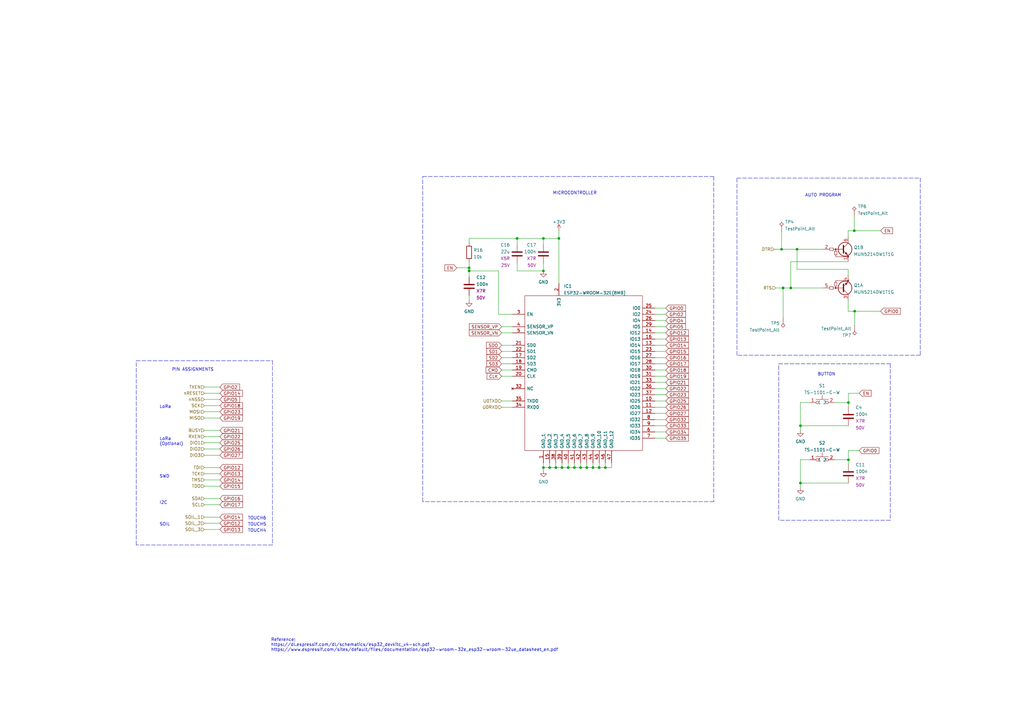
<source format=kicad_sch>
(kicad_sch (version 20211123) (generator eeschema)
  (paper "A3")
  (title_block (title "FLORA") (date "2022-07-01") (rev "C"))
  (lib_symbols
    (symbol "Button_JLC:TS-1101-C-W" (pin_names (offset 0.762))
      (property "Reference" "S" (at 19.05 7.62 0))
      (property "Value" "TS-1101-C-W" (at 19.05 5.08 0))
      (symbol "TS-1101-C-W_0_1"
        (polyline (pts (xy 8.89 3.175) (xy 8.89 4.953)))
        (polyline (pts (xy 11.43 3.175) (xy 6.35 3.175)))
        (circle (center 6.858 1.905) (radius 0.508))
        (circle (center 10.922 1.905) (radius 0.508))
        (pin passive line (at 3.81 1.905 0) (length 2.54) (name "1") (number "1"))
        (pin passive line (at 13.97 1.905 180) (length 2.54) (name "2") (number "2"))
      )
    )
    (symbol "Capacitor_JLC:100n" (pin_numbers hide) (pin_names (offset 0.254))
      (property "Reference" "C" (at 3.175 3.175 0))
      (property "Value" "100n" (at 3.175 1.27 0))
      (property "Type" "X7R" (at 5.08 -3.175 0))
      (property "Voltage" "50V" (at 5.08 -1.27 0))
      (symbol "100n_0_1"
        (polyline (pts (xy -2.032 -0.762) (xy 2.032 -0.762)) (stroke (width 0.508)))
        (polyline (pts (xy -2.032 0.762) (xy 2.032 0.762)) (stroke (width 0.508)))
      )
      (symbol "100n_1_1"
        (pin passive line (at 0 3.81 270) (length 2.794) (name "~") (number "1"))
        (pin passive line (at 0 -3.81 90) (length 2.794) (name "~") (number "2"))
      )
    )
    (symbol "Capacitor_JLC:22u" (pin_numbers hide) (pin_names (offset 0.254))
      (property "Reference" "C" (at 0.635 2.54 0))
      (property "Value" "22u" (at 0.635 -2.54 0))
      (property "Type" "X5R" (at 5.08 2.54 0))
      (property "Voltage" "25V" (at 5.08 0 0))
      (symbol "22u_0_1"
        (polyline (pts (xy -2.032 -0.762) (xy 2.032 -0.762)) (stroke (width 0.508)))
        (polyline (pts (xy -2.032 0.762) (xy 2.032 0.762)) (stroke (width 0.508)))
      )
      (symbol "22u_1_1"
        (pin passive line (at 0 3.81 270) (length 2.794) (name "~") (number "1"))
        (pin passive line (at 0 -3.81 90) (length 2.794) (name "~") (number "2"))
      )
    )
    (symbol "MCU_JLC:ESP32-WROOM-32E(8MB)" (pin_names (offset 0.762))
      (property "Reference" "IC" (at 24.765 12.065 0))
      (property "Value" "ESP32-WROOM-32E(8MB)" (at 24.765 10.16 0))
      (symbol "ESP32-WROOM-32E(8MB)_0_0"
        (pin passive line (at 12.7 -60.96 90) (length 5.08) (name "GND_1") (number "1"))
        (pin passive line (at 58.42 -35.56 180) (length 5.08) (name "IO25") (number "10"))
        (pin passive line (at 58.42 -38.1 180) (length 5.08) (name "IO26") (number "11"))
        (pin passive line (at 58.42 -40.64 180) (length 5.08) (name "IO27") (number "12"))
        (pin passive line (at 58.42 -12.7 180) (length 5.08) (name "IO14") (number "13"))
        (pin passive line (at 58.42 -7.62 180) (length 5.08) (name "IO12") (number "14"))
        (pin passive line (at 15.24 -60.96 90) (length 5.08) (name "GND_2") (number "15"))
        (pin passive line (at 58.42 -10.16 180) (length 5.08) (name "IO13") (number "16"))
        (pin passive line (at 0 -17.78 0) (length 5.08) (name "SD2") (number "17"))
        (pin passive line (at 0 -20.32 0) (length 5.08) (name "SD3") (number "18"))
        (pin passive line (at 0 -22.86 0) (length 5.08) (name "CMD") (number "19"))
        (pin passive line (at 19.05 12.7 270) (length 5.08) (name "3V3") (number "2"))
        (pin passive line (at 0 -25.4 0) (length 5.08) (name "CLK") (number "20"))
        (pin passive line (at 0 -12.7 0) (length 5.08) (name "SD0") (number "21"))
        (pin passive line (at 0 -15.24 0) (length 5.08) (name "SD1") (number "22"))
        (pin passive line (at 58.42 -15.24 180) (length 5.08) (name "IO15") (number "23"))
        (pin passive line (at 58.42 0 180) (length 5.08) (name "IO2") (number "24"))
        (pin passive line (at 58.42 2.54 180) (length 5.08) (name "IO0") (number "25"))
        (pin passive line (at 58.42 -2.54 180) (length 5.08) (name "IO4") (number "26"))
        (pin passive line (at 58.42 -17.78 180) (length 5.08) (name "IO16") (number "27"))
        (pin passive line (at 58.42 -20.32 180) (length 5.08) (name "IO17") (number "28"))
        (pin passive line (at 58.42 -5.08 180) (length 5.08) (name "IO5") (number "29"))
        (pin passive line (at 0 0 0) (length 5.08) (name "EN") (number "3"))
        (pin passive line (at 58.42 -22.86 180) (length 5.08) (name "IO18") (number "30"))
        (pin passive line (at 58.42 -25.4 180) (length 5.08) (name "IO19") (number "31"))
        (pin no_connect line (at 0 -30.48 0) (length 5.08) (name "NC") (number "32"))
        (pin passive line (at 58.42 -27.94 180) (length 5.08) (name "IO21") (number "33"))
        (pin passive line (at 0 -38.1 0) (length 5.08) (name "RXD0") (number "34"))
        (pin passive line (at 0 -35.56 0) (length 5.08) (name "TXD0") (number "35"))
        (pin passive line (at 58.42 -30.48 180) (length 5.08) (name "IO22") (number "36"))
        (pin passive line (at 58.42 -33.02 180) (length 5.08) (name "IO23") (number "37"))
        (pin passive line (at 17.78 -60.96 90) (length 5.08) (name "GND_3") (number "38"))
        (pin passive line (at 20.32 -60.96 90) (length 5.08) (name "GND_4") (number "39"))
        (pin passive line (at 0 -5.08 0) (length 5.08) (name "SENSOR_VP") (number "4"))
        (pin passive line (at 22.86 -60.96 90) (length 5.08) (name "GND_5") (number "40"))
        (pin passive line (at 25.4 -60.96 90) (length 5.08) (name "GND_6") (number "41"))
        (pin passive line (at 27.94 -60.96 90) (length 5.08) (name "GND_7") (number "42"))
        (pin passive line (at 30.48 -60.96 90) (length 5.08) (name "GND_8") (number "43"))
        (pin passive line (at 33.02 -60.96 90) (length 5.08) (name "GND_9") (number "44"))
        (pin passive line (at 35.56 -60.96 90) (length 5.08) (name "GND_10") (number "45"))
        (pin passive line (at 38.1 -60.96 90) (length 5.08) (name "GND_11") (number "46"))
        (pin passive line (at 40.64 -60.96 90) (length 5.08) (name "GND_12") (number "47"))
        (pin passive line (at 0 -7.62 0) (length 5.08) (name "SENSOR_VN") (number "5"))
        (pin passive line (at 58.42 -48.26 180) (length 5.08) (name "IO34") (number "6"))
        (pin passive line (at 58.42 -50.8 180) (length 5.08) (name "IO35") (number "7"))
        (pin passive line (at 58.42 -43.18 180) (length 5.08) (name "IO32") (number "8"))
        (pin passive line (at 58.42 -45.72 180) (length 5.08) (name "IO33") (number "9"))
      )
      (symbol "ESP32-WROOM-32E(8MB)_0_1"
        (polyline (pts (xy 5.08 7.62) (xy 53.34 7.62) (xy 53.34 -55.88) (xy 5.08 -55.88) (xy 5.08 7.62)) (stroke (width 0.1524)))
      )
    )
    (symbol "Resistor_JLC:10k" (pin_numbers hide) (pin_names (offset 0))
      (property "Reference" "R" (at 2.032 0 90))
      (property "Value" "10k" (at 0 0 90))
      (symbol "10k_0_1"
        (rectangle (start -1.016 -2.54) (end 1.016 2.54) (stroke (width 0.254)))
      )
      (symbol "10k_1_1"
        (pin passive line (at 0 3.81 270) (length 1.27) (name "~") (number "1"))
        (pin passive line (at 0 -3.81 90) (length 1.27) (name "~") (number "2"))
      )
    )
    (symbol "Transistor_JLC:MUN5214DW1T1G" (pin_names hide)
      (property "Reference" "Q" (at 3.81 1.27 0))
      (property "Value" "MUN5214DW1T1G" (at 3.81 -1.27 0))
      (symbol "MUN5214DW1T1G_0_1"
        (rectangle (start -6.35 0.508) (end -4.826 -0.508))
        (rectangle (start -4.318 -2.286) (end -3.302 -0.762))
        (circle (center -3.81 0) (radius 0.254) (fill (type outline)))
        (polyline (pts (xy -3.81 -0.762) (xy -3.81 0)))
        (polyline (pts (xy -0.762 0) (xy -4.826 0)))
        (polyline (pts (xy -0.635 1.524) (xy -0.635 -1.524)) (stroke (width 0.508)))
        (polyline (pts (xy -3.81 -2.286) (xy -3.81 -3.048) (xy 1.27 -3.048)))
        (circle (center 1.27 -3.048) (radius 0.254) (fill (type outline)))
      )
      (symbol "MUN5214DW1T1G_1_1"
        (polyline (pts (xy -0.635 0.635) (xy 1.27 2.54)))
        (polyline (pts (xy -0.635 -0.635) (xy 1.27 -2.54) (xy 1.27 -2.54)))
        (polyline (pts (xy 0 -1.778) (xy 0.508 -1.27) (xy 1.016 -2.286) (xy 0 -1.778) (xy 0 -1.778)) (fill (type outline)))
        (circle (center 0 0) (radius 2.8194) (stroke (width 0.254)))
        (pin passive line (at 1.27 5.08 270) (length 2.54) (name "C1") (number "3"))
        (pin passive line (at 1.27 -5.08 90) (length 2.54) (name "E1") (number "4"))
        (pin input line (at -8.89 0 0) (length 2.54) (name "B1") (number "5"))
      )
      (symbol "MUN5214DW1T1G_2_1"
        (polyline (pts (xy -0.635 0.635) (xy 1.27 2.54)))
        (polyline (pts (xy -0.635 -0.635) (xy 1.27 -2.54) (xy 1.27 -2.54)))
        (polyline (pts (xy 0 -1.778) (xy 0.508 -1.27) (xy 1.016 -2.286) (xy 0 -1.778) (xy 0 -1.778)) (fill (type outline)))
        (circle (center 0 0) (radius 2.8194) (stroke (width 0.254)))
        (pin passive line (at 1.27 -5.08 90) (length 2.54) (name "E2") (number "1"))
        (pin input line (at -8.89 0 0) (length 2.54) (name "B2") (number "2"))
        (pin passive line (at 1.27 5.08 270) (length 2.54) (name "C2") (number "6"))
      )
    )
    (symbol "personal:TestPoint_Alt" (pin_numbers hide) (pin_names (offset 0.762) hide)
      (property "Reference" "TP" (at 0 6.858 0))
      (property "Value" "TestPoint_Alt" (at 0 5.08 0))
      (symbol "TestPoint_Alt_0_1"
        (polyline (pts (xy 0 2.54) (xy -0.762 3.302) (xy 0 4.064) (xy 0.762 3.302) (xy 0 2.54)))
      )
      (symbol "TestPoint_Alt_1_1"
        (pin passive line (at 0 0 90) (length 2.54) (name "1") (number "1"))
      )
    )
    (symbol "power:+3V3" (power) (pin_names (offset 0))
      (property "Value" "+3V3" (at 0 3.556 0))
      (symbol "+3V3_0_1"
        (polyline (pts (xy -0.762 1.27) (xy 0 2.54)))
        (polyline (pts (xy 0 0) (xy 0 2.54)))
        (polyline (pts (xy 0 2.54) (xy 0.762 1.27)))
      )
      (symbol "+3V3_1_1"
        (pin power_in line (at 0 0 90) (length 0) hide (name "+3V3") (number "1"))
      )
    )
    (symbol "power:GND" (power) (pin_names (offset 0))
      (property "Value" "GND" (at 0 -3.81 0))
      (symbol "GND_0_1"
        (polyline (pts (xy 0 0) (xy 0 -1.27) (xy 1.27 -1.27) (xy 0 -2.54) (xy -1.27 -1.27) (xy 0 -1.27)))
      )
      (symbol "GND_1_1"
        (pin power_in line (at 0 0 270) (length 0) hide (name "GND") (number "1"))
      )
    )
  )
  (junction (at 350.393 94.615))
  (junction (at 243.205 191.77))
  (junction (at 326.898 102.235))
  (junction (at 328.295 174.625))
  (junction (at 238.125 191.77))
  (junction (at 235.585 191.77))
  (junction (at 222.885 97.79))
  (junction (at 225.425 191.77))
  (junction (at 192.405 111.125))
  (junction (at 324.358 118.11))
  (junction (at 320.548 102.235))
  (junction (at 240.665 191.77))
  (junction (at 321.183 118.11))
  (junction (at 212.09 97.79))
  (junction (at 227.965 191.77))
  (junction (at 350.52 127.635))
  (junction (at 222.885 191.77))
  (junction (at 233.045 191.77))
  (junction (at 347.98 165.1))
  (junction (at 328.295 198.12))
  (junction (at 347.98 188.595))
  (junction (at 230.505 191.77))
  (junction (at 192.405 109.855))
  (junction (at 248.285 191.77))
  (junction (at 229.235 97.79))
  (junction (at 245.745 191.77))
  (junction (at 222.885 111.125))
  (wire (pts (xy 212.09 97.79) (xy 212.09 100.33)))
  (wire (pts (xy 243.205 191.77) (xy 245.745 191.77)))
  (wire (pts (xy 222.885 111.125) (xy 212.09 111.125)))
  (wire (pts (xy 233.045 191.77) (xy 230.505 191.77)))
  (wire (pts (xy 83.82 186.69) (xy 90.17 186.69)))
  (wire (pts (xy 227.965 189.865) (xy 227.965 191.77)))
  (wire (pts (xy 240.665 191.77) (xy 243.205 191.77)))
  (polyline (pts (xy 236.22 72.39) (xy 292.735 72.39)))
  (wire (pts (xy 347.853 110.49) (xy 326.898 110.49)))
  (wire (pts (xy 273.05 161.925) (xy 268.605 161.925)))
  (wire (pts (xy 205.74 136.525) (xy 210.185 136.525)))
  (wire (pts (xy 326.898 102.235) (xy 337.693 102.235)))
  (wire (pts (xy 347.853 107.315) (xy 324.358 107.315)))
  (wire (pts (xy 273.05 133.985) (xy 268.605 133.985)))
  (wire (pts (xy 205.74 141.605) (xy 210.185 141.605)))
  (polyline (pts (xy 111.76 223.52) (xy 55.88 223.52)))
  (polyline (pts (xy 365.125 149.225) (xy 365.125 213.36)))
  (wire (pts (xy 235.585 191.77) (xy 233.045 191.77)))
  (polyline (pts (xy 365.125 213.36) (xy 319.405 213.36)))
  (wire (pts (xy 273.05 179.705) (xy 268.605 179.705)))
  (wire (pts (xy 83.82 181.61) (xy 90.17 181.61)))
  (wire (pts (xy 205.74 167.005) (xy 210.185 167.005)))
  (wire (pts (xy 248.285 191.77) (xy 250.825 191.77)))
  (wire (pts (xy 192.405 121.285) (xy 192.405 123.19)))
  (polyline (pts (xy 79.375 147.955) (xy 111.76 147.955)))
  (wire (pts (xy 225.425 189.865) (xy 225.425 191.77)))
  (wire (pts (xy 205.74 133.985) (xy 210.185 133.985)))
  (wire (pts (xy 192.405 111.125) (xy 192.405 113.665)))
  (wire (pts (xy 273.05 151.765) (xy 268.605 151.765)))
  (wire (pts (xy 222.885 97.79) (xy 212.09 97.79)))
  (wire (pts (xy 235.585 189.865) (xy 235.585 191.77)))
  (wire (pts (xy 192.405 97.79) (xy 212.09 97.79)))
  (wire (pts (xy 230.505 189.865) (xy 230.505 191.77)))
  (wire (pts (xy 83.82 168.91) (xy 90.17 168.91)))
  (wire (pts (xy 83.82 161.29) (xy 90.17 161.29)))
  (polyline (pts (xy 338.582 73.025) (xy 377.444 73.025)))
  (wire (pts (xy 273.05 126.365) (xy 268.605 126.365)))
  (wire (pts (xy 205.74 154.305) (xy 210.185 154.305)))
  (wire (pts (xy 332.105 165.1) (xy 328.295 165.1)))
  (wire (pts (xy 192.405 111.125) (xy 204.47 111.125)))
  (wire (pts (xy 205.74 146.685) (xy 210.185 146.685)))
  (wire (pts (xy 320.548 102.235) (xy 326.898 102.235)))
  (wire (pts (xy 273.05 164.465) (xy 268.605 164.465)))
  (polyline (pts (xy 319.405 213.36) (xy 319.405 149.225)))
  (wire (pts (xy 205.74 151.765) (xy 210.185 151.765)))
  (wire (pts (xy 245.745 191.77) (xy 248.285 191.77)))
  (wire (pts (xy 222.885 189.865) (xy 222.885 191.77)))
  (wire (pts (xy 328.295 165.1) (xy 328.295 174.625)))
  (wire (pts (xy 347.98 161.29) (xy 347.98 165.1)))
  (wire (pts (xy 347.98 184.785) (xy 347.98 188.595)))
  (wire (pts (xy 324.358 118.11) (xy 337.693 118.11)))
  (wire (pts (xy 229.235 116.205) (xy 229.235 97.79)))
  (wire (pts (xy 83.82 217.17) (xy 90.17 217.17)))
  (wire (pts (xy 245.745 189.865) (xy 245.745 191.77)))
  (wire (pts (xy 273.05 136.525) (xy 268.605 136.525)))
  (polyline (pts (xy 377.444 145.669) (xy 302.26 145.669)))
  (wire (pts (xy 273.05 174.625) (xy 268.605 174.625)))
  (polyline (pts (xy 173.355 72.39) (xy 236.22 72.39)))
  (wire (pts (xy 273.05 131.445) (xy 268.605 131.445)))
  (wire (pts (xy 273.05 149.225) (xy 268.605 149.225)))
  (wire (pts (xy 347.98 174.625) (xy 328.295 174.625)))
  (wire (pts (xy 321.183 130.175) (xy 321.183 118.11)))
  (wire (pts (xy 233.045 189.865) (xy 233.045 191.77)))
  (wire (pts (xy 273.05 177.165) (xy 268.605 177.165)))
  (wire (pts (xy 248.285 189.865) (xy 248.285 191.77)))
  (wire (pts (xy 205.74 149.225) (xy 210.185 149.225)))
  (wire (pts (xy 222.885 107.95) (xy 222.885 111.125)))
  (wire (pts (xy 347.98 190.5) (xy 347.98 188.595)))
  (wire (pts (xy 273.05 139.065) (xy 268.605 139.065)))
  (wire (pts (xy 227.965 191.77) (xy 225.425 191.77)))
  (wire (pts (xy 192.405 99.695) (xy 192.405 97.79)))
  (wire (pts (xy 187.325 109.855) (xy 192.405 109.855)))
  (polyline (pts (xy 292.735 205.74) (xy 173.355 205.74)))
  (wire (pts (xy 324.358 107.315) (xy 324.358 118.11)))
  (wire (pts (xy 222.885 191.77) (xy 222.885 193.04)))
  (polyline (pts (xy 338.455 149.225) (xy 365.125 149.225)))
  (wire (pts (xy 318.135 118.11) (xy 321.183 118.11)))
  (wire (pts (xy 230.505 191.77) (xy 227.965 191.77)))
  (wire (pts (xy 229.235 97.79) (xy 222.885 97.79)))
  (polyline (pts (xy 377.444 73.025) (xy 377.444 145.669)))
  (wire (pts (xy 243.205 189.865) (xy 243.205 191.77)))
  (wire (pts (xy 83.82 214.63) (xy 90.17 214.63)))
  (wire (pts (xy 83.82 179.07) (xy 90.17 179.07)))
  (wire (pts (xy 205.74 164.465) (xy 210.185 164.465)))
  (wire (pts (xy 347.853 97.155) (xy 347.853 94.615)))
  (wire (pts (xy 83.82 204.47) (xy 90.17 204.47)))
  (wire (pts (xy 273.05 144.145) (xy 268.605 144.145)))
  (wire (pts (xy 350.52 133.35) (xy 350.52 127.635)))
  (wire (pts (xy 83.82 163.83) (xy 90.17 163.83)))
  (wire (pts (xy 332.105 188.595) (xy 328.295 188.595)))
  (wire (pts (xy 83.82 199.39) (xy 90.17 199.39)))
  (wire (pts (xy 240.665 189.865) (xy 240.665 191.77)))
  (wire (pts (xy 210.185 128.905) (xy 204.47 128.905)))
  (wire (pts (xy 352.425 184.785) (xy 347.98 184.785)))
  (wire (pts (xy 83.82 171.45) (xy 90.17 171.45)))
  (polyline (pts (xy 55.88 147.955) (xy 79.375 147.955)))
  (polyline (pts (xy 173.355 205.74) (xy 173.355 72.39)))
  (wire (pts (xy 347.98 165.1) (xy 342.265 165.1)))
  (wire (pts (xy 83.82 207.01) (xy 90.17 207.01)))
  (wire (pts (xy 192.405 107.315) (xy 192.405 109.855)))
  (wire (pts (xy 328.295 188.595) (xy 328.295 198.12)))
  (wire (pts (xy 238.125 189.865) (xy 238.125 191.77)))
  (wire (pts (xy 225.425 191.77) (xy 222.885 191.77)))
  (wire (pts (xy 83.82 191.77) (xy 90.17 191.77)))
  (wire (pts (xy 273.05 159.385) (xy 268.605 159.385)))
  (wire (pts (xy 212.09 111.125) (xy 212.09 107.95)))
  (polyline (pts (xy 55.88 223.52) (xy 55.88 147.955)))
  (wire (pts (xy 317.5 102.235) (xy 320.548 102.235)))
  (wire (pts (xy 83.82 176.53) (xy 90.17 176.53)))
  (wire (pts (xy 328.295 174.625) (xy 328.295 176.53)))
  (wire (pts (xy 83.82 166.37) (xy 90.17 166.37)))
  (wire (pts (xy 83.82 184.15) (xy 90.17 184.15)))
  (wire (pts (xy 350.52 127.635) (xy 361.188 127.635)))
  (wire (pts (xy 273.05 167.005) (xy 268.605 167.005)))
  (wire (pts (xy 204.47 128.905) (xy 204.47 111.125)))
  (wire (pts (xy 321.183 118.11) (xy 324.358 118.11)))
  (wire (pts (xy 273.05 154.305) (xy 268.605 154.305)))
  (wire (pts (xy 350.393 94.615) (xy 361.188 94.615)))
  (wire (pts (xy 229.235 94.615) (xy 229.235 97.79)))
  (wire (pts (xy 347.98 198.12) (xy 328.295 198.12)))
  (wire (pts (xy 350.393 88.9) (xy 350.393 94.615)))
  (wire (pts (xy 273.05 141.605) (xy 268.605 141.605)))
  (wire (pts (xy 326.898 110.49) (xy 326.898 102.235)))
  (wire (pts (xy 347.853 127.635) (xy 350.52 127.635)))
  (polyline (pts (xy 111.76 147.955) (xy 111.76 223.52)))
  (wire (pts (xy 205.74 144.145) (xy 210.185 144.145)))
  (wire (pts (xy 83.82 196.85) (xy 90.17 196.85)))
  (wire (pts (xy 235.585 191.77) (xy 238.125 191.77)))
  (wire (pts (xy 83.82 194.31) (xy 90.17 194.31)))
  (wire (pts (xy 352.425 161.29) (xy 347.98 161.29)))
  (wire (pts (xy 347.98 167.005) (xy 347.98 165.1)))
  (wire (pts (xy 347.853 110.49) (xy 347.853 113.03)))
  (polyline (pts (xy 319.405 149.225) (xy 338.455 149.225)))
  (wire (pts (xy 222.885 97.79) (xy 222.885 100.33)))
  (wire (pts (xy 347.853 94.615) (xy 350.393 94.615)))
  (polyline (pts (xy 302.26 145.669) (xy 302.26 73.025)))
  (wire (pts (xy 273.05 128.905) (xy 268.605 128.905)))
  (wire (pts (xy 273.05 146.685) (xy 268.605 146.685)))
  (wire (pts (xy 250.825 189.865) (xy 250.825 191.77)))
  (wire (pts (xy 83.82 212.09) (xy 90.17 212.09)))
  (wire (pts (xy 320.548 95.25) (xy 320.548 102.235)))
  (wire (pts (xy 192.405 109.855) (xy 192.405 111.125)))
  (wire (pts (xy 273.05 169.545) (xy 268.605 169.545)))
  (wire (pts (xy 347.98 188.595) (xy 342.265 188.595)))
  (polyline (pts (xy 292.735 72.39) (xy 292.735 205.74)))
  (wire (pts (xy 83.82 158.75) (xy 90.17 158.75)))
  (wire (pts (xy 273.05 172.085) (xy 268.605 172.085)))
  (wire (pts (xy 328.295 198.12) (xy 328.295 200.025)))
  (wire (pts (xy 273.05 156.845) (xy 268.605 156.845)))
  (wire (pts (xy 347.853 127.635) (xy 347.853 123.19)))
  (polyline (pts (xy 302.26 73.025) (xy 338.836 73.025)))
  (wire (pts (xy 238.125 191.77) (xy 240.665 191.77)))
  (text "AUTO PROGRAM" (at 330.2 80.899 0) (effects (font (size 1.27 1.27)) (justify left bottom)))
  (text "PIN ASSIGNMENTS" (at 70.485 152.4 0) (effects (font (size 1.27 1.27)) (justify left bottom)))
  (text "BUTTON" (at 335.28 154.305 0) (effects (font (size 1.27 1.27)) (justify left bottom)))
  (text "MICROCONTROLLER" (at 226.695 80.01 0) (effects (font (size 1.27 1.27)) (justify left bottom)))
  (text "SWD" (at 65.405 196.215 0) (effects (font (size 1.27 1.27)) (justify left bottom)))
  (text "LoRa\n(Optional)" (at 65.405 182.88 0) (effects (font (size 1.27 1.27)) (justify left bottom)))
  (text "SOIL" (at 65.405 215.9 0) (effects (font (size 1.27 1.27)) (justify left bottom)))
  (text "Reference;\nhttps://dl.espressif.com/dl/schematics/esp32_devkitc_v4-sch.pdf\nhttps://www.espressif.com/sites/default/files/documentation/esp32-wroom-32e_esp32-wroom-32ue_datasheet_en.pdf" (at 111.125 267.335 0) (effects (font (size 1.27 1.27)) (justify left bottom)))
  (text "LoRa" (at 65.405 167.64 0) (effects (font (size 1.27 1.27)) (justify left bottom)))
  (text "TOUCH6" (at 101.6 213.36 0) (effects (font (size 1.27 1.27)) (justify left bottom)))
  (text "TOUCH4" (at 101.6 218.44 0) (effects (font (size 1.27 1.27)) (justify left bottom)))
  (text "I2C" (at 65.405 207.01 0) (effects (font (size 1.27 1.27)) (justify left bottom)))
  (text "TOUCH5" (at 101.6 215.9 0) (effects (font (size 1.27 1.27)) (justify left bottom)))
  (global_label "SD1" (shape input) (at 205.74 144.145 180) (property "Intersheet References" "${INTERSHEET_REFS}" (effects hide)))
  (global_label "GPIO14" (shape input) (at 90.17 161.29 0) (property "Intersheet References" "${INTERSHEET_REFS}" (effects hide)))
  (global_label "GPIO35" (shape input) (at 273.05 179.705 0) (property "Intersheet References" "${INTERSHEET_REFS}" (effects hide)))
  (global_label "GPIO19" (shape input) (at 273.05 154.305 0) (property "Intersheet References" "${INTERSHEET_REFS}" (effects hide)))
  (global_label "GPIO14" (shape input) (at 90.17 196.85 0) (property "Intersheet References" "${INTERSHEET_REFS}" (effects hide)))
  (global_label "GPIO25" (shape input) (at 273.05 164.465 0) (property "Intersheet References" "${INTERSHEET_REFS}" (effects hide)))
  (global_label "CMD" (shape input) (at 205.74 151.765 180) (property "Intersheet References" "${INTERSHEET_REFS}" (effects hide)))
  (global_label "GPIO16" (shape input) (at 90.17 204.47 0) (property "Intersheet References" "${INTERSHEET_REFS}" (effects hide)))
  (global_label "GPIO23" (shape input) (at 90.17 168.91 0) (property "Intersheet References" "${INTERSHEET_REFS}" (effects hide)))
  (global_label "GPIO13" (shape input) (at 90.17 217.17 0) (property "Intersheet References" "${INTERSHEET_REFS}" (effects hide)))
  (global_label "GPIO21" (shape input) (at 273.05 156.845 0) (property "Intersheet References" "${INTERSHEET_REFS}" (effects hide)))
  (global_label "GPIO33" (shape input) (at 273.05 174.625 0) (property "Intersheet References" "${INTERSHEET_REFS}" (effects hide)))
  (global_label "GPIO27" (shape input) (at 90.17 186.69 0) (property "Intersheet References" "${INTERSHEET_REFS}" (effects hide)))
  (global_label "GPIO15" (shape input) (at 273.05 144.145 0) (property "Intersheet References" "${INTERSHEET_REFS}" (effects hide)))
  (global_label "SDO" (shape input) (at 205.74 141.605 180) (property "Intersheet References" "${INTERSHEET_REFS}" (effects hide)))
  (global_label "GPIO0" (shape input) (at 361.188 127.635 0) (property "Intersheet References" "${INTERSHEET_REFS}" (effects hide)))
  (global_label "GPIO27" (shape input) (at 273.05 169.545 0) (property "Intersheet References" "${INTERSHEET_REFS}" (effects hide)))
  (global_label "GPIO17" (shape input) (at 273.05 149.225 0) (property "Intersheet References" "${INTERSHEET_REFS}" (effects hide)))
  (global_label "SD3" (shape input) (at 205.74 149.225 180) (property "Intersheet References" "${INTERSHEET_REFS}" (effects hide)))
  (global_label "GPIO26" (shape input) (at 90.17 184.15 0) (property "Intersheet References" "${INTERSHEET_REFS}" (effects hide)))
  (global_label "GPIO13" (shape input) (at 90.17 194.31 0) (property "Intersheet References" "${INTERSHEET_REFS}" (effects hide)))
  (global_label "GPIO25" (shape input) (at 90.17 181.61 0) (property "Intersheet References" "${INTERSHEET_REFS}" (effects hide)))
  (global_label "GPIO12" (shape input) (at 90.17 214.63 0) (property "Intersheet References" "${INTERSHEET_REFS}" (effects hide)))
  (global_label "GPIO5" (shape input) (at 273.05 133.985 0) (property "Intersheet References" "${INTERSHEET_REFS}" (effects hide)))
  (global_label "GPIO22" (shape input) (at 273.05 159.385 0) (property "Intersheet References" "${INTERSHEET_REFS}" (effects hide)))
  (global_label "GPIO2" (shape input) (at 273.05 128.905 0) (property "Intersheet References" "${INTERSHEET_REFS}" (effects hide)))
  (global_label "GPIO2" (shape input) (at 90.17 158.75 0) (property "Intersheet References" "${INTERSHEET_REFS}" (effects hide)))
  (global_label "GPIO4" (shape input) (at 273.05 131.445 0) (property "Intersheet References" "${INTERSHEET_REFS}" (effects hide)))
  (global_label "SENSOR_VP" (shape input) (at 205.74 133.985 180) (property "Intersheet References" "${INTERSHEET_REFS}" (effects hide)))
  (global_label "GPIO14" (shape input) (at 90.17 212.09 0) (property "Intersheet References" "${INTERSHEET_REFS}" (effects hide)))
  (global_label "SD2" (shape input) (at 205.74 146.685 180) (property "Intersheet References" "${INTERSHEET_REFS}" (effects hide)))
  (global_label "GPIO13" (shape input) (at 273.05 139.065 0) (property "Intersheet References" "${INTERSHEET_REFS}" (effects hide)))
  (global_label "GPIO34" (shape input) (at 273.05 177.165 0) (property "Intersheet References" "${INTERSHEET_REFS}" (effects hide)))
  (global_label "GPIO19" (shape input) (at 90.17 171.45 0) (property "Intersheet References" "${INTERSHEET_REFS}" (effects hide)))
  (global_label "GPIO15" (shape input) (at 90.17 199.39 0) (property "Intersheet References" "${INTERSHEET_REFS}" (effects hide)))
  (global_label "GPIO17" (shape input) (at 90.17 207.01 0) (property "Intersheet References" "${INTERSHEET_REFS}" (effects hide)))
  (global_label "GPIO5" (shape input) (at 90.17 163.83 0) (property "Intersheet References" "${INTERSHEET_REFS}" (effects hide)))
  (global_label "CLK" (shape input) (at 205.74 154.305 180) (property "Intersheet References" "${INTERSHEET_REFS}" (effects hide)))
  (global_label "GPIO18" (shape input) (at 273.05 151.765 0) (property "Intersheet References" "${INTERSHEET_REFS}" (effects hide)))
  (global_label "GPIO23" (shape input) (at 273.05 161.925 0) (property "Intersheet References" "${INTERSHEET_REFS}" (effects hide)))
  (global_label "GPIO21" (shape input) (at 90.17 176.53 0) (property "Intersheet References" "${INTERSHEET_REFS}" (effects hide)))
  (global_label "GPIO12" (shape input) (at 273.05 136.525 0) (property "Intersheet References" "${INTERSHEET_REFS}" (effects hide)))
  (global_label "GPIO16" (shape input) (at 273.05 146.685 0) (property "Intersheet References" "${INTERSHEET_REFS}" (effects hide)))
  (global_label "EN" (shape input) (at 361.188 94.615 0) (property "Intersheet References" "${INTERSHEET_REFS}" (effects hide)))
  (global_label "GPIO22" (shape input) (at 90.17 179.07 0) (property "Intersheet References" "${INTERSHEET_REFS}" (effects hide)))
  (global_label "GPIO0" (shape input) (at 273.05 126.365 0) (property "Intersheet References" "${INTERSHEET_REFS}" (effects hide)))
  (global_label "EN" (shape input) (at 352.425 161.29 0) (property "Intersheet References" "${INTERSHEET_REFS}" (effects hide)))
  (global_label "SENSOR_VN" (shape input) (at 205.74 136.525 180) (property "Intersheet References" "${INTERSHEET_REFS}" (effects hide)))
  (global_label "GPIO26" (shape input) (at 273.05 167.005 0) (property "Intersheet References" "${INTERSHEET_REFS}" (effects hide)))
  (global_label "GPIO18" (shape input) (at 90.17 166.37 0) (property "Intersheet References" "${INTERSHEET_REFS}" (effects hide)))
  (global_label "GPIO14" (shape input) (at 273.05 141.605 0) (property "Intersheet References" "${INTERSHEET_REFS}" (effects hide)))
  (global_label "EN" (shape input) (at 187.325 109.855 180) (property "Intersheet References" "${INTERSHEET_REFS}" (effects hide)))
  (global_label "GPIO32" (shape input) (at 273.05 172.085 0) (property "Intersheet References" "${INTERSHEET_REFS}" (effects hide)))
  (global_label "GPIO12" (shape input) (at 90.17 191.77 0) (property "Intersheet References" "${INTERSHEET_REFS}" (effects hide)))
  (global_label "GPIO0" (shape input) (at 352.425 184.785 0) (property "Intersheet References" "${INTERSHEET_REFS}" (effects hide)))
  (hierarchical_label "MISO" (shape input) (at 83.82 171.45 180))
  (hierarchical_label "U0RXD" (shape input) (at 205.74 167.005 180))
  (hierarchical_label "SOIL_2" (shape input) (at 83.82 214.63 180))
  (hierarchical_label "RXEN" (shape input) (at 83.82 179.07 180))
  (hierarchical_label "U0TXD" (shape input) (at 205.74 164.465 180))
  (hierarchical_label "SDA" (shape input) (at 83.82 204.47 180))
  (hierarchical_label "SOIL_1" (shape input) (at 83.82 212.09 180))
  (hierarchical_label "DIO3" (shape input) (at 83.82 186.69 180))
  (hierarchical_label "TDO" (shape input) (at 83.82 199.39 180))
  (hierarchical_label "SCL" (shape input) (at 83.82 207.01 180))
  (hierarchical_label "DTR" (shape input) (at 317.5 102.235 180))
  (hierarchical_label "SCK" (shape input) (at 83.82 166.37 180))
  (hierarchical_label "nNSS" (shape input) (at 83.82 163.83 180))
  (hierarchical_label "SOIL_3" (shape input) (at 83.82 217.17 180))
  (hierarchical_label "RTS" (shape input) (at 318.135 118.11 180))
  (hierarchical_label "MOSI" (shape input) (at 83.82 168.91 180))
  (hierarchical_label "BUSY" (shape input) (at 83.82 176.53 180))
  (hierarchical_label "TCK" (shape input) (at 83.82 194.31 180))
  (hierarchical_label "nRESET" (shape input) (at 83.82 161.29 180))
  (hierarchical_label "DIO2" (shape input) (at 83.82 184.15 180))
  (hierarchical_label "DIO1" (shape input) (at 83.82 181.61 180))
  (hierarchical_label "TXEN" (shape input) (at 83.82 158.75 180))
  (hierarchical_label "TDI" (shape input) (at 83.82 191.77 180))
  (hierarchical_label "TMS" (shape input) (at 83.82 196.85 180))
  (symbol (lib_id "power:GND") (at 328.295 200.025 0) (unit 1)
    (property "Reference" "#PWR0116" (effects hide))
    (property "Value" "GND" (at 328.295 204.5875 0))
  )
  (symbol (lib_id "power:GND") (at 222.885 193.04 0) (unit 1)
    (property "Reference" "#PWR0118" (effects hide))
    (property "Value" "GND" (at 222.885 197.6025 0))
  )
  (symbol (lib_id "power:GND") (at 192.405 123.19 0) (mirror y) (unit 1)
    (property "Reference" "#PWR0139" (effects hide))
    (property "Value" "GND" (at 192.405 127.7525 0))
  )
  (symbol (lib_id "personal:TestPoint_Alt") (at 350.393 88.9 0) (mirror y) (unit 1)
    (property "Reference" "TP6" (at 351.79 84.6895 0) (effects (justify right)))
    (property "Value" "TestPoint_Alt" (at 351.79 87.4646 0) (effects (justify right)))
    (property "Footprint" "TestPoint:TestPoint_Pad_1.0x1.0mm" (effects hide))
  )
  (symbol (lib_id "Transistor_JLC:MUN5214DW1T1G") (at 346.583 118.11 0) (mirror x) (unit 1)
    (property "Reference" "Q1" (at 350.1644 117.0237 0) (effects (justify left)))
    (property "Value" "MUN5214DW1T1G" (at 350.1644 119.7988 0) (effects (justify left)))
    (property "Footprint" "Package_TO_SOT_SMD:SOT-363_SC-70-6" (effects hide))
    (property "Datasheet" "http://www.onsemi.com/pub/Collateral/DTC114ED-D.PDF" (effects hide))
    (property "LCSC" "C94403" (effects hide))
  )
  (symbol (lib_id "Capacitor_JLC:100n") (at 347.98 194.31 180) (unit 1)
    (property "Reference" "C11" (at 350.901 190.6264 0) (effects (justify right)))
    (property "Value" "100n" (at 350.901 193.4015 0) (effects (justify right)))
    (property "Footprint" "Capacitor_SMD:C_0402_1005Metric" (effects hide))
    (property "Type" "X7R" (at 350.901 196.1766 0) (effects (justify right)))
    (property "LCSC" "C307331" (effects hide))
    (property "Voltage" "50V" (at 350.901 198.9517 0) (effects (justify right)))
  )
  (symbol (lib_id "Capacitor_JLC:100n") (at 192.405 117.475 0) (mirror y) (unit 1)
    (property "Reference" "C12" (at 195.326 113.7914 0) (effects (justify right)))
    (property "Value" "100n" (at 195.326 116.5665 0) (effects (justify right)))
    (property "Footprint" "Capacitor_SMD:C_0402_1005Metric" (effects hide))
    (property "Type" "X7R" (at 195.326 119.3416 0) (effects (justify right)))
    (property "LCSC" "C307331" (effects hide))
    (property "Voltage" "50V" (at 195.326 122.1167 0) (effects (justify right)))
  )
  (symbol (lib_id "power:+3V3") (at 229.235 94.615 0) (unit 1)
    (property "Reference" "#PWR0114" (effects hide))
    (property "Value" "+3V3" (at 229.235 91.0105 0))
  )
  (symbol (lib_id "Capacitor_JLC:100n") (at 222.885 104.14 0) (mirror y) (unit 1)
    (property "Reference" "C17" (at 219.964 100.4564 0) (effects (justify left)))
    (property "Value" "100n" (at 219.964 103.2315 0) (effects (justify left)))
    (property "Footprint" "Capacitor_SMD:C_0402_1005Metric" (effects hide))
    (property "Type" "X7R" (at 219.964 106.0066 0) (effects (justify left)))
    (property "LCSC" "C307331" (effects hide))
    (property "Voltage" "50V" (at 219.964 108.7817 0) (effects (justify left)))
  )
  (symbol (lib_id "Transistor_JLC:MUN5214DW1T1G") (at 346.583 102.235 0) (unit 2)
    (property "Reference" "Q1" (at 350.1644 101.5043 0) (effects (justify left)))
    (property "Value" "MUN5214DW1T1G" (at 350.1644 104.2794 0) (effects (justify left)))
    (property "Footprint" "Package_TO_SOT_SMD:SOT-363_SC-70-6" (effects hide))
    (property "Datasheet" "http://www.onsemi.com/pub/Collateral/DTC114ED-D.PDF" (effects hide))
    (property "LCSC" "C94403" (effects hide))
  )
  (symbol (lib_id "personal:TestPoint_Alt") (at 350.52 133.35 0) (mirror x) (unit 1)
    (property "Reference" "TP7" (at 349.123 137.5605 0) (effects (justify right)))
    (property "Value" "TestPoint_Alt" (at 349.123 134.7854 0) (effects (justify right)))
    (property "Footprint" "TestPoint:TestPoint_Pad_1.0x1.0mm" (effects hide))
  )
  (symbol (lib_id "Button_JLC:TS-1101-C-W") (at 328.295 190.5 0) (unit 1)
    (property "Reference" "S2" (at 337.185 181.7075 0))
    (property "Value" "TS-1101-C-W" (at 337.185 184.4826 0))
    (property "Footprint" "TS1101CW" (effects hide))
    (property "Datasheet" "http://www.helloxkb.com/public/images/pdf/TS-1101-C-W-.pdf" (effects hide))
    (property "Description" "Tactile Switches SPST 6.00mm x 3.60mm 0.60mm 50mA @ 12VDC SMD RoHS" (effects hide))
    (property "Height" "2.6" (effects hide))
    (property "Manufacturer_Name" "XKB Connectivity" (effects hide))
    (property "Manufacturer_Part_Number" "TS-1101-C-W" (effects hide))
    (property "LCSC" "C318938" (effects hide))
  )
  (symbol (lib_id "personal:TestPoint_Alt") (at 321.183 130.175 0) (mirror x) (unit 1)
    (property "Reference" "TP5" (at 319.7861 132.5685 0) (effects (justify right)))
    (property "Value" "TestPoint_Alt" (at 319.7861 135.3436 0) (effects (justify right)))
    (property "Footprint" "TestPoint:TestPoint_Pad_1.0x1.0mm" (effects hide))
  )
  (symbol (lib_id "Capacitor_JLC:22u") (at 212.09 104.14 0) (mirror y) (unit 1)
    (property "Reference" "C16" (at 209.169 100.4564 0) (effects (justify left)))
    (property "Value" "22u" (at 209.169 103.2315 0) (effects (justify left)))
    (property "Footprint" "Capacitor_SMD:C_0805_2012Metric" (effects hide))
    (property "Type" "X5R" (at 209.169 106.0066 0) (effects (justify left)))
    (property "LCSC" "C602037" (effects hide))
    (property "Voltage" "25V" (at 209.169 108.7817 0) (effects (justify left)))
  )
  (symbol (lib_id "personal:TestPoint_Alt") (at 320.548 95.25 0) (mirror y) (unit 1)
    (property "Reference" "TP4" (at 321.945 91.0395 0) (effects (justify right)))
    (property "Value" "TestPoint_Alt" (at 321.945 93.8146 0) (effects (justify right)))
    (property "Footprint" "TestPoint:TestPoint_Pad_1.0x1.0mm" (effects hide))
  )
  (symbol (lib_id "MCU_JLC:ESP32-WROOM-32E(8MB)") (at 210.185 128.905 0) (unit 1)
    (property "Reference" "IC1" (at 231.2544 117.3693 0) (effects (justify left)))
    (property "Value" "ESP32-WROOM-32E(8MB)" (at 231.2544 120.1444 0) (effects (justify left)))
    (property "Footprint" "ESP32WROOM32E8MB" (effects hide))
    (property "Datasheet" "https://www.espressif.com/sites/default/files/documentation/esp32-wroom-32e_esp32-wroom-32ue_datasheet_en.pdf" (effects hide))
    (property "Description" "WiFi Modules (802.11) Mod 8 MB SPI flash PCB antenna" (effects hide))
    (property "Height" "3.2" (effects hide))
    (property "Manufacturer_Name" "Espressif Systems" (effects hide))
    (property "Manufacturer_Part_Number" "ESP32-WROOM-32E (8MB)" (effects hide))
    (property "Mouser Part Number" "356-ESP32WRM32E164PH" (effects hide))
    (property "Mouser Price/Stock" "https://www.mouser.co.uk/ProductDetail/Espressif-Systems/ESP32-WROOM-32E-8MB?qs=GBLSl2AkirsjshqvD9slKA%3D%3D" (effects hide))
    (property "LCSC" "C701342" (effects hide))
  )
  (symbol (lib_id "power:GND") (at 222.885 111.125 0) (mirror y) (unit 1)
    (property "Reference" "#PWR0115" (effects hide))
    (property "Value" "GND" (at 222.885 115.6875 0))
  )
  (symbol (lib_id "Resistor_JLC:10k") (at 192.405 103.505 0) (unit 1)
    (property "Reference" "R16" (at 194.183 102.5965 0) (effects (justify left)))
    (property "Value" "10k" (at 194.183 105.3716 0) (effects (justify left)))
    (property "Footprint" "Resistor_SMD:R_0402_1005Metric" (effects hide))
    (property "LCSC" "C25744" (effects hide))
  )
  (symbol (lib_id "Button_JLC:TS-1101-C-W") (at 328.295 167.005 0) (unit 1)
    (property "Reference" "S1" (at 337.185 158.2125 0))
    (property "Value" "TS-1101-C-W" (at 337.185 160.9876 0))
    (property "Footprint" "TS1101CW" (effects hide))
    (property "Datasheet" "http://www.helloxkb.com/public/images/pdf/TS-1101-C-W-.pdf" (effects hide))
    (property "Description" "Tactile Switches SPST 6.00mm x 3.60mm 0.60mm 50mA @ 12VDC SMD RoHS" (effects hide))
    (property "Height" "2.6" (effects hide))
    (property "Manufacturer_Name" "XKB Connectivity" (effects hide))
    (property "Manufacturer_Part_Number" "TS-1101-C-W" (effects hide))
    (property "LCSC" "C318938" (effects hide))
  )
  (symbol (lib_id "Capacitor_JLC:100n") (at 347.98 170.815 180) (unit 1)
    (property "Reference" "C4" (at 350.901 167.1314 0) (effects (justify right)))
    (property "Value" "100n" (at 350.901 169.9065 0) (effects (justify right)))
    (property "Footprint" "Capacitor_SMD:C_0402_1005Metric" (effects hide))
    (property "Type" "X7R" (at 350.901 172.6816 0) (effects (justify right)))
    (property "LCSC" "C307331" (effects hide))
    (property "Voltage" "50V" (at 350.901 175.4567 0) (effects (justify right)))
  )
  (symbol (lib_id "power:GND") (at 328.295 176.53 0) (unit 1)
    (property "Reference" "#PWR0117" (effects hide))
    (property "Value" "GND" (at 328.295 181.0925 0))
  )
)
</source>
